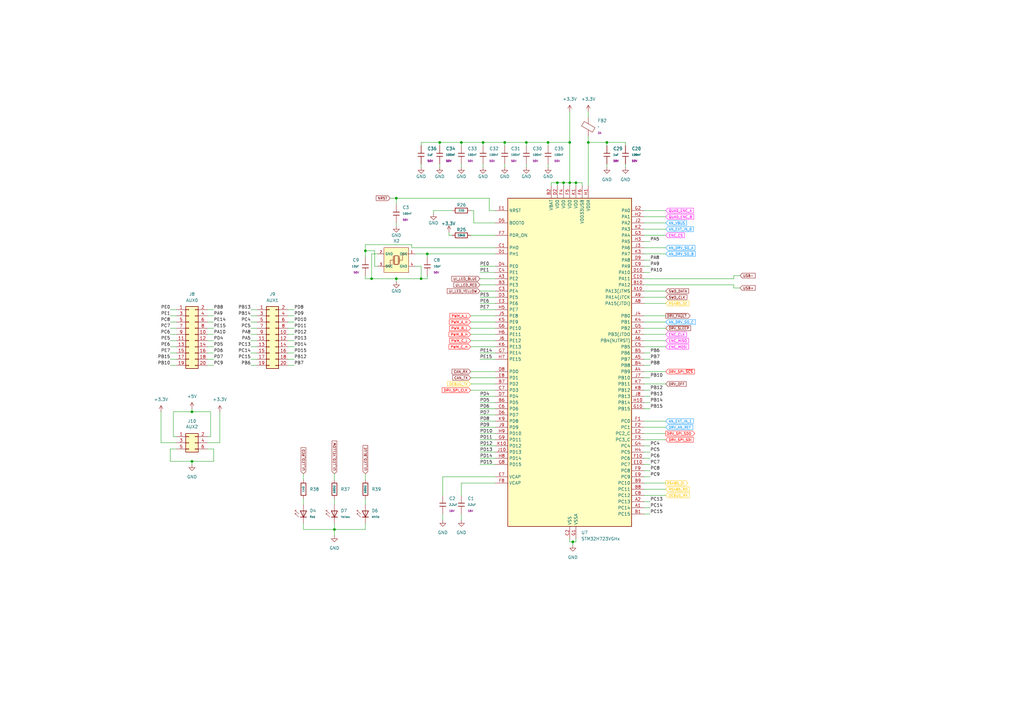
<source format=kicad_sch>
(kicad_sch (version 20250114) (generator "eeschema") (generator_version "9.0")
  (paper "A3")
  (junction (at 224.79 58.42))
  (junction (at 198.12 58.42))
  (junction (at 248.92 58.42))
  (junction (at 149.86 102.87))
  (junction (at 152.4 114.3))
  (junction (at 233.68 74.93))
  (junction (at 162.56 114.3))
  (junction (at 180.34 58.42))
  (junction (at 189.23 58.42))
  (junction (at 231.14 74.93))
  (junction (at 207.01 58.42))
  (junction (at 172.72 114.3))
  (junction (at 234.95 222.25))
  (junction (at 215.9 58.42))
  (junction (at 233.68 58.42))
  (junction (at 78.74 168.91))
  (junction (at 175.26 104.14))
  (junction (at 162.56 81.28))
  (junction (at 78.74 189.23))
  (junction (at 241.3 58.42))
  (junction (at 236.22 74.93))
  (junction (at 228.6 74.93))
  (junction (at 137.16 217.17))
  (wire (pts (xy 175.26 104.14) (xy 203.2 104.14)))
  (wire (pts (xy 137.16 217.17) (xy 137.16 219.71)))
  (wire (pts (xy 207.01 67.31) (xy 207.01 68.58)))
  (wire (pts (xy 264.16 182.88) (xy 266.7 182.88)))
  (wire (pts (xy 264.16 129.54) (xy 273.05 129.54)))
  (wire (pts (xy 85.09 142.24) (xy 87.63 142.24)))
  (wire (pts (xy 264.16 160.02) (xy 266.7 160.02)))
  (wire (pts (xy 162.56 91.44) (xy 162.56 92.71)))
  (wire (pts (xy 264.16 149.86) (xy 266.7 149.86)))
  (wire (pts (xy 196.85 170.18) (xy 203.2 170.18)))
  (wire (pts (xy 87.63 184.15) (xy 85.09 184.15)))
  (wire (pts (xy 264.16 190.5) (xy 266.7 190.5)))
  (wire (pts (xy 85.09 127) (xy 87.63 127)))
  (wire (pts (xy 193.04 152.4) (xy 203.2 152.4)))
  (wire (pts (xy 102.87 127) (xy 105.41 127)))
  (wire (pts (xy 248.92 67.31) (xy 248.92 68.58)))
  (wire (pts (xy 233.68 222.25) (xy 234.95 222.25)))
  (wire (pts (xy 241.3 76.2) (xy 241.3 58.42)))
  (wire (pts (xy 193.04 134.62) (xy 203.2 134.62)))
  (wire (pts (xy 172.72 58.42) (xy 180.34 58.42)))
  (wire (pts (xy 85.09 132.08) (xy 87.63 132.08)))
  (wire (pts (xy 196.85 180.34) (xy 203.2 180.34)))
  (wire (pts (xy 264.16 88.9) (xy 273.05 88.9)))
  (wire (pts (xy 196.85 182.88) (xy 203.2 182.88)))
  (wire (pts (xy 180.34 67.31) (xy 180.34 68.58)))
  (wire (pts (xy 264.16 200.66) (xy 273.05 200.66)))
  (wire (pts (xy 264.16 139.7) (xy 273.05 139.7)))
  (wire (pts (xy 172.72 109.22) (xy 172.72 114.3)))
  (wire (pts (xy 207.01 58.42) (xy 215.9 58.42)))
  (wire (pts (xy 273.05 119.38) (xy 264.16 119.38)))
  (wire (pts (xy 189.23 203.2) (xy 189.23 198.12)))
  (wire (pts (xy 153.67 102.87) (xy 149.86 102.87)))
  (wire (pts (xy 196.85 147.32) (xy 203.2 147.32)))
  (wire (pts (xy 193.04 86.36) (xy 194.31 86.36)))
  (wire (pts (xy 264.16 185.42) (xy 266.7 185.42)))
  (wire (pts (xy 118.11 127) (xy 120.65 127)))
  (wire (pts (xy 181.61 195.58) (xy 181.61 203.2)))
  (wire (pts (xy 189.23 198.12) (xy 203.2 198.12)))
  (wire (pts (xy 66.04 181.61) (xy 72.39 181.61)))
  (wire (pts (xy 124.46 204.47) (xy 124.46 207.01)))
  (wire (pts (xy 264.16 111.76) (xy 266.7 111.76)))
  (wire (pts (xy 215.9 58.42) (xy 224.79 58.42)))
  (wire (pts (xy 102.87 139.7) (xy 105.41 139.7)))
  (wire (pts (xy 264.16 152.4) (xy 273.05 152.4)))
  (wire (pts (xy 149.86 100.33) (xy 149.86 102.87)))
  (wire (pts (xy 194.31 91.44) (xy 203.2 91.44)))
  (wire (pts (xy 233.68 74.93) (xy 233.68 76.2)))
  (wire (pts (xy 69.85 129.54) (xy 72.39 129.54)))
  (wire (pts (xy 193.04 129.54) (xy 203.2 129.54)))
  (wire (pts (xy 224.79 58.42) (xy 224.79 59.69)))
  (wire (pts (xy 264.16 180.34) (xy 273.05 180.34)))
  (wire (pts (xy 72.39 184.15) (xy 69.85 184.15)))
  (wire (pts (xy 264.16 106.68) (xy 266.7 106.68)))
  (wire (pts (xy 231.14 74.93) (xy 231.14 76.2)))
  (wire (pts (xy 264.16 124.46) (xy 273.05 124.46)))
  (wire (pts (xy 264.16 144.78) (xy 266.7 144.78)))
  (wire (pts (xy 189.23 58.42) (xy 189.23 59.69)))
  (wire (pts (xy 264.16 96.52) (xy 273.05 96.52)))
  (wire (pts (xy 264.16 210.82) (xy 266.7 210.82)))
  (wire (pts (xy 118.11 142.24) (xy 120.65 142.24)))
  (wire (pts (xy 175.26 113.03) (xy 175.26 114.3)))
  (wire (pts (xy 264.16 86.36) (xy 273.05 86.36)))
  (wire (pts (xy 184.15 96.52) (xy 185.42 96.52)))
  (wire (pts (xy 200.66 86.36) (xy 203.2 86.36)))
  (wire (pts (xy 256.54 67.31) (xy 256.54 68.58)))
  (wire (pts (xy 196.85 177.8) (xy 203.2 177.8)))
  (wire (pts (xy 264.16 208.28) (xy 266.7 208.28)))
  (wire (pts (xy 196.85 124.46) (xy 203.2 124.46)))
  (wire (pts (xy 153.67 109.22) (xy 153.67 102.87)))
  (wire (pts (xy 149.86 114.3) (xy 152.4 114.3)))
  (wire (pts (xy 264.16 165.1) (xy 266.7 165.1)))
  (wire (pts (xy 69.85 142.24) (xy 72.39 142.24)))
  (wire (pts (xy 264.16 203.2) (xy 273.05 203.2)))
  (wire (pts (xy 233.68 58.42) (xy 233.68 74.93)))
  (wire (pts (xy 226.06 76.2) (xy 226.06 74.93)))
  (wire (pts (xy 137.16 194.31) (xy 137.16 196.85)))
  (wire (pts (xy 175.26 105.41) (xy 175.26 104.14)))
  (wire (pts (xy 215.9 58.42) (xy 215.9 59.69)))
  (wire (pts (xy 78.74 167.64) (xy 78.74 168.91)))
  (wire (pts (xy 69.85 134.62) (xy 72.39 134.62)))
  (wire (pts (xy 184.15 95.25) (xy 184.15 96.52)))
  (wire (pts (xy 172.72 109.22) (xy 170.18 109.22)))
  (wire (pts (xy 102.87 137.16) (xy 105.41 137.16)))
  (wire (pts (xy 196.85 185.42) (xy 203.2 185.42)))
  (wire (pts (xy 198.12 58.42) (xy 207.01 58.42)))
  (wire (pts (xy 124.46 214.63) (xy 124.46 217.17)))
  (wire (pts (xy 149.86 194.31) (xy 149.86 196.85)))
  (wire (pts (xy 118.11 139.7) (xy 120.65 139.7)))
  (wire (pts (xy 264.16 132.08) (xy 273.05 132.08)))
  (wire (pts (xy 196.85 162.56) (xy 203.2 162.56)))
  (wire (pts (xy 264.16 137.16) (xy 273.05 137.16)))
  (wire (pts (xy 233.68 74.93) (xy 236.22 74.93)))
  (wire (pts (xy 185.42 86.36) (xy 177.8 86.36)))
  (wire (pts (xy 215.9 67.31) (xy 215.9 68.58)))
  (wire (pts (xy 193.04 157.48) (xy 203.2 157.48)))
  (wire (pts (xy 137.16 217.17) (xy 137.16 214.63)))
  (wire (pts (xy 196.85 172.72) (xy 203.2 172.72)))
  (wire (pts (xy 193.04 142.24) (xy 203.2 142.24)))
  (wire (pts (xy 78.74 168.91) (xy 86.36 168.91)))
  (wire (pts (xy 78.74 189.23) (xy 87.63 189.23)))
  (wire (pts (xy 196.85 114.3) (xy 203.2 114.3)))
  (wire (pts (xy 264.16 109.22) (xy 266.7 109.22)))
  (wire (pts (xy 196.85 144.78) (xy 203.2 144.78)))
  (wire (pts (xy 154.94 104.14) (xy 152.4 104.14)))
  (wire (pts (xy 196.85 119.38) (xy 203.2 119.38)))
  (wire (pts (xy 193.04 96.52) (xy 203.2 96.52)))
  (wire (pts (xy 154.94 109.22) (xy 153.67 109.22)))
  (wire (pts (xy 264.16 177.8) (xy 273.05 177.8)))
  (wire (pts (xy 193.04 154.94) (xy 203.2 154.94)))
  (wire (pts (xy 233.68 220.98) (xy 233.68 222.25)))
  (wire (pts (xy 264.16 205.74) (xy 266.7 205.74)))
  (wire (pts (xy 175.26 104.14) (xy 170.18 104.14)))
  (wire (pts (xy 196.85 190.5) (xy 203.2 190.5)))
  (wire (pts (xy 118.11 134.62) (xy 120.65 134.62)))
  (wire (pts (xy 264.16 193.04) (xy 266.7 193.04)))
  (wire (pts (xy 228.6 74.93) (xy 228.6 76.2)))
  (wire (pts (xy 71.12 179.07) (xy 71.12 168.91)))
  (wire (pts (xy 256.54 58.42) (xy 256.54 59.69)))
  (wire (pts (xy 300.99 118.11) (xy 303.53 118.11)))
  (wire (pts (xy 69.85 144.78) (xy 72.39 144.78)))
  (wire (pts (xy 102.87 132.08) (xy 105.41 132.08)))
  (wire (pts (xy 118.11 129.54) (xy 120.65 129.54)))
  (wire (pts (xy 248.92 58.42) (xy 248.92 59.69)))
  (wire (pts (xy 162.56 114.3) (xy 172.72 114.3)))
  (wire (pts (xy 85.09 139.7) (xy 87.63 139.7)))
  (wire (pts (xy 102.87 144.78) (xy 105.41 144.78)))
  (wire (pts (xy 85.09 134.62) (xy 87.63 134.62)))
  (wire (pts (xy 102.87 147.32) (xy 105.41 147.32)))
  (wire (pts (xy 264.16 162.56) (xy 266.7 162.56)))
  (wire (pts (xy 231.14 74.93) (xy 233.68 74.93)))
  (wire (pts (xy 124.46 217.17) (xy 137.16 217.17)))
  (wire (pts (xy 196.85 127) (xy 203.2 127)))
  (wire (pts (xy 196.85 121.92) (xy 203.2 121.92)))
  (wire (pts (xy 69.85 137.16) (xy 72.39 137.16)))
  (wire (pts (xy 193.04 137.16) (xy 203.2 137.16)))
  (wire (pts (xy 66.04 168.91) (xy 66.04 181.61)))
  (wire (pts (xy 241.3 58.42) (xy 248.92 58.42)))
  (wire (pts (xy 85.09 137.16) (xy 87.63 137.16)))
  (wire (pts (xy 238.76 74.93) (xy 238.76 76.2)))
  (wire (pts (xy 102.87 129.54) (xy 105.41 129.54)))
  (wire (pts (xy 300.99 113.03) (xy 303.53 113.03)))
  (wire (pts (xy 69.85 139.7) (xy 72.39 139.7)))
  (wire (pts (xy 196.85 165.1) (xy 203.2 165.1)))
  (wire (pts (xy 85.09 129.54) (xy 87.63 129.54)))
  (wire (pts (xy 85.09 144.78) (xy 87.63 144.78)))
  (wire (pts (xy 72.39 179.07) (xy 71.12 179.07)))
  (wire (pts (xy 193.04 132.08) (xy 203.2 132.08)))
  (wire (pts (xy 149.86 102.87) (xy 149.86 105.41)))
  (wire (pts (xy 189.23 210.82) (xy 189.23 213.36)))
  (wire (pts (xy 234.95 222.25) (xy 234.95 223.52)))
  (wire (pts (xy 172.72 67.31) (xy 172.72 68.58)))
  (wire (pts (xy 198.12 67.31) (xy 198.12 68.58)))
  (wire (pts (xy 264.16 99.06) (xy 266.7 99.06)))
  (wire (pts (xy 241.3 55.88) (xy 241.3 58.42)))
  (wire (pts (xy 224.79 58.42) (xy 233.68 58.42)))
  (wire (pts (xy 85.09 147.32) (xy 87.63 147.32)))
  (wire (pts (xy 85.09 149.86) (xy 87.63 149.86)))
  (wire (pts (xy 233.68 45.72) (xy 233.68 58.42)))
  (wire (pts (xy 198.12 58.42) (xy 198.12 59.69)))
  (wire (pts (xy 102.87 149.86) (xy 105.41 149.86)))
  (wire (pts (xy 69.85 132.08) (xy 72.39 132.08)))
  (wire (pts (xy 189.23 67.31) (xy 189.23 68.58)))
  (wire (pts (xy 264.16 147.32) (xy 266.7 147.32)))
  (wire (pts (xy 264.16 195.58) (xy 266.7 195.58)))
  (wire (pts (xy 196.85 116.84) (xy 203.2 116.84)))
  (wire (pts (xy 152.4 114.3) (xy 162.56 114.3)))
  (wire (pts (xy 300.99 114.3) (xy 264.16 114.3)))
  (wire (pts (xy 124.46 194.31) (xy 124.46 196.85)))
  (wire (pts (xy 196.85 167.64) (xy 203.2 167.64)))
  (wire (pts (xy 118.11 144.78) (xy 120.65 144.78)))
  (wire (pts (xy 177.8 86.36) (xy 177.8 87.63)))
  (wire (pts (xy 180.34 58.42) (xy 189.23 58.42)))
  (wire (pts (xy 168.91 100.33) (xy 149.86 100.33)))
  (wire (pts (xy 200.66 81.28) (xy 200.66 86.36)))
  (wire (pts (xy 118.11 132.08) (xy 120.65 132.08)))
  (wire (pts (xy 273.05 121.92) (xy 264.16 121.92)))
  (wire (pts (xy 264.16 175.26) (xy 273.05 175.26)))
  (wire (pts (xy 152.4 104.14) (xy 152.4 114.3)))
  (wire (pts (xy 226.06 74.93) (xy 228.6 74.93)))
  (wire (pts (xy 236.22 74.93) (xy 236.22 76.2)))
  (wire (pts (xy 300.99 116.84) (xy 264.16 116.84)))
  (wire (pts (xy 264.16 134.62) (xy 273.05 134.62)))
  (wire (pts (xy 203.2 195.58) (xy 181.61 195.58)))
  (wire (pts (xy 172.72 59.69) (xy 172.72 58.42)))
  (wire (pts (xy 196.85 111.76) (xy 203.2 111.76)))
  (wire (pts (xy 264.16 101.6) (xy 273.05 101.6)))
  (wire (pts (xy 264.16 91.44) (xy 273.05 91.44)))
  (wire (pts (xy 69.85 149.86) (xy 72.39 149.86)))
  (wire (pts (xy 168.91 101.6) (xy 203.2 101.6)))
  (wire (pts (xy 264.16 154.94) (xy 266.7 154.94)))
  (wire (pts (xy 162.56 81.28) (xy 200.66 81.28)))
  (wire (pts (xy 87.63 189.23) (xy 87.63 184.15)))
  (wire (pts (xy 196.85 175.26) (xy 203.2 175.26)))
  (wire (pts (xy 162.56 81.28) (xy 162.56 83.82)))
  (wire (pts (xy 264.16 187.96) (xy 266.7 187.96)))
  (wire (pts (xy 189.23 58.42) (xy 198.12 58.42)))
  (wire (pts (xy 149.86 113.03) (xy 149.86 114.3)))
  (wire (pts (xy 172.72 114.3) (xy 175.26 114.3)))
  (wire (pts (xy 149.86 204.47) (xy 149.86 207.01)))
  (wire (pts (xy 241.3 45.72) (xy 241.3 48.26)))
  (wire (pts (xy 207.01 58.42) (xy 207.01 59.69)))
  (wire (pts (xy 264.16 142.24) (xy 273.05 142.24)))
  (wire (pts (xy 102.87 142.24) (xy 105.41 142.24)))
  (wire (pts (xy 264.16 93.98) (xy 273.05 93.98)))
  (wire (pts (xy 196.85 109.22) (xy 203.2 109.22)))
  (wire (pts (xy 69.85 127) (xy 72.39 127)))
  (wire (pts (xy 86.36 168.91) (xy 86.36 179.07)))
  (wire (pts (xy 86.36 179.07) (xy 85.09 179.07)))
  (wire (pts (xy 236.22 222.25) (xy 236.22 220.98)))
  (wire (pts (xy 137.16 217.17) (xy 149.86 217.17)))
  (wire (pts (xy 118.11 149.86) (xy 120.65 149.86)))
  (wire (pts (xy 149.86 217.17) (xy 149.86 214.63)))
  (wire (pts (xy 264.16 172.72) (xy 273.05 172.72)))
  (wire (pts (xy 181.61 210.82) (xy 181.61 213.36)))
  (wire (pts (xy 168.91 101.6) (xy 168.91 100.33)))
  (wire (pts (xy 264.16 157.48) (xy 273.05 157.48)))
  (wire (pts (xy 69.85 147.32) (xy 72.39 147.32)))
  (wire (pts (xy 137.16 204.47) (xy 137.16 207.01)))
  (wire (pts (xy 118.11 147.32) (xy 120.65 147.32)))
  (wire (pts (xy 248.92 58.42) (xy 256.54 58.42)))
  (wire (pts (xy 78.74 189.23) (xy 78.74 190.5)))
  (wire (pts (xy 196.85 187.96) (xy 203.2 187.96)))
  (wire (pts (xy 300.99 113.03) (xy 300.99 114.3)))
  (wire (pts (xy 69.85 189.23) (xy 78.74 189.23)))
  (wire (pts (xy 236.22 74.93) (xy 238.76 74.93)))
  (wire (pts (xy 160.02 81.28) (xy 162.56 81.28)))
  (wire (pts (xy 162.56 114.3) (xy 162.56 115.57)))
  (wire (pts (xy 90.17 181.61) (xy 85.09 181.61)))
  (wire (pts (xy 234.95 222.25) (xy 236.22 222.25)))
  (wire (pts (xy 264.16 104.14) (xy 273.05 104.14)))
  (wire (pts (xy 300.99 118.11) (xy 300.99 116.84)))
  (wire (pts (xy 228.6 74.93) (xy 231.14 74.93)))
  (wire (pts (xy 90.17 168.91) (xy 90.17 181.61)))
  (wire (pts (xy 264.16 198.12) (xy 273.05 198.12)))
  (wire (pts (xy 193.04 139.7) (xy 203.2 139.7)))
  (wire (pts (xy 180.34 58.42) (xy 180.34 59.69)))
  (wire (pts (xy 118.11 137.16) (xy 120.65 137.16)))
  (wire (pts (xy 69.85 184.15) (xy 69.85 189.23)))
  (wire (pts (xy 194.31 86.36) (xy 194.31 91.44)))
  (wire (pts (xy 102.87 134.62) (xy 105.41 134.62)))
  (wire (pts (xy 264.16 167.64) (xy 266.7 167.64)))
  (wire (pts (xy 193.04 160.02) (xy 203.2 160.02)))
  (wire (pts (xy 71.12 168.91) (xy 78.74 168.91)))
  (wire (pts (xy 224.79 67.31) (xy 224.79 68.58)))
  (label "PA9" (at 266.7 109.22 0))
  (label "PC5" (at 266.7 185.42 0))
  (label "PE15" (at 196.85 147.32 0))
  (label "PA10" (at 87.63 137.16 0))
  (label "PD11" (at 196.85 180.34 0))
  (label "PD12" (at 196.85 182.88 0))
  (label "PD14" (at 196.85 187.96 0))
  (label "PD15" (at 196.85 190.5 0))
  (label "PD13" (at 196.85 185.42 0))
  (label "PE14" (at 196.85 144.78 0))
  (label "PE7" (at 196.85 127 0))
  (label "PE6" (at 196.85 124.46 0))
  (label "PE5" (at 196.85 121.92 0))
  (label "PD4" (at 196.85 162.56 0))
  (label "PD10" (at 196.85 177.8 0))
  (label "PD5" (at 196.85 165.1 0))
  (label "PD6" (at 196.85 167.64 0))
  (label "PD7" (at 196.85 170.18 0))
  (label "PD8" (at 196.85 172.72 0))
  (label "PD9" (at 196.85 175.26 0))
  (label "PB12" (at 266.7 160.02 0))
  (label "PB8" (at 87.63 127 0))
  (label "PB7" (at 266.7 147.32 0))
  (label "PA8" (at 266.7 106.68 0))
  (label "PA10" (at 266.7 111.76 0))
  (label "PD4" (at 87.63 139.7 0))
  (label "PD14" (at 120.65 142.24 0))
  (label "PB15" (at 266.7 167.64 0))
  (label "PC7" (at 266.7 190.5 0))
  (label "PB15" (at 69.85 147.32 180))
  (label "PE0" (at 69.85 127 180))
  (label "PD9" (at 120.65 129.54 0))
  (label "PE1" (at 69.85 129.54 180))
  (label "PB14" (at 266.7 165.1 0))
  (label "PC9" (at 266.7 195.58 0))
  (label "PC8" (at 266.7 193.04 0))
  (label "PE15" (at 87.63 134.62 0))
  (label "PD11" (at 120.65 134.62 0))
  (label "PB13" (at 266.7 162.56 0))
  (label "PC5" (at 102.87 134.62 180))
  (label "PD13" (at 120.65 139.7 0))
  (label "PE14" (at 87.63 132.08 0))
  (label "PD12" (at 120.65 137.16 0))
  (label "PC13" (at 102.87 142.24 180))
  (label "PC15" (at 266.7 210.82 0))
  (label "PB12" (at 120.65 147.32 0))
  (label "PC8" (at 69.85 132.08 180))
  (label "PC14" (at 102.87 144.78 180))
  (label "PE5" (at 69.85 139.7 180))
  (label "PC4" (at 102.87 132.08 180))
  (label "PC4" (at 266.7 182.88 0))
  (label "PB8" (at 266.7 149.86 0))
  (label "PC9" (at 87.63 149.86 0))
  (label "PE7" (at 69.85 144.78 180))
  (label "PD8" (at 120.65 127 0))
  (label "PC15" (at 102.87 147.32 180))
  (label "PD10" (at 120.65 132.08 0))
  (label "PC13" (at 266.7 205.74 0))
  (label "PC14" (at 266.7 208.28 0))
  (label "PC6" (at 266.7 187.96 0))
  (label "PE0" (at 196.85 109.22 0))
  (label "PD5" (at 87.63 142.24 0))
  (label "PC7" (at 69.85 134.62 180))
  (label "PB13" (at 102.87 127 180))
  (label "PC6" (at 69.85 137.16 180))
  (label "PE1" (at 196.85 111.76 0))
  (label "PB6" (at 102.87 149.86 180))
  (label "PA9" (at 87.63 129.54 0))
  (label "PA5" (at 102.87 139.7 180))
  (label "PB6" (at 266.7 144.78 0))
  (label "PA8" (at 102.87 137.16 180))
  (label "PD15" (at 120.65 144.78 0))
  (label "PB10" (at 266.7 154.94 0))
  (label "PB10" (at 69.85 149.86 180))
  (label "PE6" (at 69.85 142.24 180))
  (label "PD7" (at 87.63 147.32 0))
  (label "PD6" (at 87.63 144.78 0))
  (label "PB14" (at 102.87 129.54 180))
  (label "PA5" (at 266.7 99.06 0))
  (label "PB7" (at 120.65 149.86 0))
  (global_label "QUAD_ENC_B" (shape input) (at 273.05 88.9 0) (effects (font (size 1.016 1.016))) (property "Intersheetrefs" "${INTERSHEET_REFS}" (effects (hide yes))))
  (global_label "UI_LED_BLUE" (shape input) (at 149.86 194.31 90) (effects (font (size 1.016 1.016))) (property "Intersheetrefs" "${INTERSHEET_REFS}" (effects (hide yes))))
  (global_label "AN_DRV_SO_A" (shape input) (at 273.05 101.6 0) (effects (font (size 1.016 1.016))) (property "Intersheetrefs" "${INTERSHEET_REFS}" (effects (hide yes))))
  (global_label "DRV_OFF" (shape input) (at 273.05 157.48 0) (effects (font (size 1.016 1.016))) (property "Intersheetrefs" "${INTERSHEET_REFS}" (effects (hide yes))))
  (global_label "SWD_DATA" (shape input) (at 273.05 119.38 0) (effects (font (size 1.016 1.016))) (property "Intersheetrefs" "${INTERSHEET_REFS}" (effects (hide yes))))
  (global_label "~{DRV_FAULT}" (shape output) (at 273.05 129.54 0) (effects (font (size 1.016 1.016))) (property "Intersheetrefs" "${INTERSHEET_REFS}" (effects (hide yes))))
  (global_label "SWD_CLK" (shape input) (at 273.05 121.92 0) (effects (font (size 1.016 1.016))) (property "Intersheetrefs" "${INTERSHEET_REFS}" (effects (hide yes))))
  (global_label "PWM_C_H" (shape input) (at 193.04 142.24 180) (effects (font (size 1.016 1.016))) (property "Intersheetrefs" "${INTERSHEET_REFS}" (effects (hide yes))))
  (global_label "PWM_B_L" (shape input) (at 193.04 134.62 180) (effects (font (size 1.016 1.016))) (property "Intersheetrefs" "${INTERSHEET_REFS}" (effects (hide yes))))
  (global_label "ENC_CLK" (shape input) (at 273.05 137.16 0) (effects (font (size 1.016 1.016))) (property "Intersheetrefs" "${INTERSHEET_REFS}" (effects (hide yes))))
  (global_label "AN_VBUS" (shape input) (at 273.05 91.44 0) (effects (font (size 1.016 1.016))) (property "Intersheetrefs" "${INTERSHEET_REFS}" (effects (hide yes))))
  (global_label "DRV_SPI_CLK" (shape input) (at 193.04 160.02 180) (effects (font (size 1.016 1.016))) (property "Intersheetrefs" "${INTERSHEET_REFS}" (effects (hide yes))))
  (global_label "PWM_A_L" (shape input) (at 193.04 129.54 180) (effects (font (size 1.016 1.016))) (property "Intersheetrefs" "${INTERSHEET_REFS}" (effects (hide yes))))
  (global_label "ENC_MISO" (shape input) (at 273.05 139.7 0) (effects (font (size 1.016 1.016))) (property "Intersheetrefs" "${INTERSHEET_REFS}" (effects (hide yes))))
  (global_label "USB-" (shape input) (at 303.53 113.03 0) (effects (font (size 1.016 1.016))) (property "Intersheetrefs" "${INTERSHEET_REFS}" (effects (hide yes))))
  (global_label "DRV_SPI_~{SCS}" (shape input) (at 273.05 152.4 0) (effects (font (size 1.016 1.016))) (property "Intersheetrefs" "${INTERSHEET_REFS}" (effects (hide yes))))
  (global_label "~{DRV_SLEEP}" (shape input) (at 273.05 134.62 0) (effects (font (size 1.016 1.016))) (property "Intersheetrefs" "${INTERSHEET_REFS}" (effects (hide yes))))
  (global_label "UI_LED_RED" (shape input) (at 196.85 116.84 180) (effects (font (size 1.016 1.016))) (property "Intersheetrefs" "${INTERSHEET_REFS}" (effects (hide yes))))
  (global_label "UI_LED_BLUE" (shape input) (at 196.85 114.3 180) (effects (font (size 1.016 1.016))) (property "Intersheetrefs" "${INTERSHEET_REFS}" (effects (hide yes))))
  (global_label "DRV_AN_REF" (shape input) (at 273.05 175.26 0) (effects (font (size 1.016 1.016))) (property "Intersheetrefs" "${INTERSHEET_REFS}" (effects (hide yes))))
  (global_label "UI_LED_RED" (shape input) (at 124.46 194.31 90) (effects (font (size 1.016 1.016))) (property "Intersheetrefs" "${INTERSHEET_REFS}" (effects (hide yes))))
  (global_label "DRV_SPI_SDO" (shape output) (at 273.05 177.8 0) (effects (font (size 1.016 1.016))) (property "Intersheetrefs" "${INTERSHEET_REFS}" (effects (hide yes))))
  (global_label "QUAD_ENC_A" (shape input) (at 273.05 86.36 0) (effects (font (size 1.016 1.016))) (property "Intersheetrefs" "${INTERSHEET_REFS}" (effects (hide yes))))
  (global_label "PWM_A_H" (shape input) (at 193.04 132.08 180) (effects (font (size 1.016 1.016))) (property "Intersheetrefs" "${INTERSHEET_REFS}" (effects (hide yes))))
  (global_label "AN_DRV_SO_C" (shape input) (at 273.05 132.08 0) (effects (font (size 1.016 1.016))) (property "Intersheetrefs" "${INTERSHEET_REFS}" (effects (hide yes))))
  (global_label "NRST" (shape input) (at 160.02 81.28 180) (effects (font (size 1.016 1.016))) (property "Intersheetrefs" "${INTERSHEET_REFS}" (effects (hide yes))))
  (global_label "ENC_CS" (shape input) (at 273.05 96.52 0) (effects (font (size 1.016 1.016))) (property "Intersheetrefs" "${INTERSHEET_REFS}" (effects (hide yes))))
  (global_label "UI_LED_YELLOW" (shape input) (at 196.85 119.38 180) (effects (font (size 1.016 1.016))) (property "Intersheetrefs" "${INTERSHEET_REFS}" (effects (hide yes))))
  (global_label "RS485_DI" (shape output) (at 273.05 198.12 0) (effects (font (size 1.016 1.016))) (property "Intersheetrefs" "${INTERSHEET_REFS}" (effects (hide yes))))
  (global_label "CAN_RX" (shape input) (at 193.04 152.4 180) (effects (font (size 1.016 1.016))) (property "Intersheetrefs" "${INTERSHEET_REFS}" (effects (hide yes))))
  (global_label "RS485_RO" (shape input) (at 273.05 200.66 0) (effects (font (size 1.016 1.016))) (property "Intersheetrefs" "${INTERSHEET_REFS}" (effects (hide yes))))
  (global_label "PWM_B_H" (shape input) (at 193.04 137.16 180) (effects (font (size 1.016 1.016))) (property "Intersheetrefs" "${INTERSHEET_REFS}" (effects (hide yes))))
  (global_label "ENC_MOSI" (shape input) (at 273.05 142.24 0) (effects (font (size 1.016 1.016))) (property "Intersheetrefs" "${INTERSHEET_REFS}" (effects (hide yes))))
  (global_label "DEBUG_TX" (shape input) (at 193.04 157.48 180) (effects (font (size 1.016 1.016))) (property "Intersheetrefs" "${INTERSHEET_REFS}" (effects (hide yes))))
  (global_label "DEBUG_RX" (shape input) (at 273.05 203.2 0) (effects (font (size 1.016 1.016))) (property "Intersheetrefs" "${INTERSHEET_REFS}" (effects (hide yes))))
  (global_label "USB+" (shape input) (at 303.53 118.11 0) (effects (font (size 1.016 1.016))) (property "Intersheetrefs" "${INTERSHEET_REFS}" (effects (hide yes))))
  (global_label "AN_EXT_IN_1" (shape input) (at 273.05 172.72 0) (effects (font (size 1.016 1.016))) (property "Intersheetrefs" "${INTERSHEET_REFS}" (effects (hide yes))))
  (global_label "PWM_C_L" (shape input) (at 193.04 139.7 180) (effects (font (size 1.016 1.016))) (property "Intersheetrefs" "${INTERSHEET_REFS}" (effects (hide yes))))
  (global_label "CAN_TX" (shape input) (at 193.04 154.94 180) (effects (font (size 1.016 1.016))) (property "Intersheetrefs" "${INTERSHEET_REFS}" (effects (hide yes))))
  (global_label "AN_DRV_SO_B" (shape input) (at 273.05 104.14 0) (effects (font (size 1.016 1.016))) (property "Intersheetrefs" "${INTERSHEET_REFS}" (effects (hide yes))))
  (global_label "AN_EXT_IN_0" (shape input) (at 273.05 93.98 0) (effects (font (size 1.016 1.016))) (property "Intersheetrefs" "${INTERSHEET_REFS}" (effects (hide yes))))
  (global_label "UI_LED_YELLOW" (shape input) (at 137.16 194.31 90) (effects (font (size 1.016 1.016))) (property "Intersheetrefs" "${INTERSHEET_REFS}" (effects (hide yes))))
  (global_label "DRV_SPI_SDI" (shape input) (at 273.05 180.34 0) (effects (font (size 1.016 1.016))) (property "Intersheetrefs" "${INTERSHEET_REFS}" (effects (hide yes))))
  (global_label "RS485_DE" (shape input) (at 273.05 124.46 0) (effects (font (size 1.016 1.016))) (property "Intersheetrefs" "${INTERSHEET_REFS}" (effects (hide yes))))
  (symbol (lib_id "power:GND") (at 162.56 115.57 0) (unit 1)
    (property "Reference" "#PWR015" (effects (hide yes)))
    (property "Value" "GND" (at 162.56 119.38 0))
  )
  (symbol (lib_id "power:GND") (at 207.01 68.58 0) (unit 1)
    (property "Reference" "#PWR06" (effects (hide yes)))
    (property "Value" "GND" (at 207.01 72.39 0))
  )
  (symbol (lib_id "PCM_JLCPCB-Resistors:0603,1kΩ") (at 124.46 200.66 0) (unit 1)
    (property "Reference" "R38" (at 127 200.6599 0) (effects (justify left)))
    (property "Value" "1kΩ" (at 124.46 200.66 90) (effects (font (size 0.8 0.8))))
    (property "Footprint" "PCM_JLCPCB:R_0603" (effects (hide yes)))
    (property "Datasheet" "https://www.lcsc.com/datasheet/lcsc_datasheet_2206010130_UNI-ROYAL-Uniroyal-Elec-0603WAF1001T5E_C21190.pdf" (effects (hide yes)))
    (property "Description" "100mW Thick Film Resistors 75V ±100ppm/°C ±1% 1kΩ 0603 Chip Resistor - Surface Mount ROHS" (effects (hide yes)))
    (property "LCSC" "C21190" (effects (hide yes)))
    (property "Stock" "27538425" (effects (hide yes)))
    (property "Price" "0.004USD" (effects (hide yes)))
    (property "Process" "SMT" (effects (hide yes)))
    (property "Minimum Qty" "20" (effects (hide yes)))
    (property "Attrition Qty" "10" (effects (hide yes)))
    (property "Class" "Basic Component" (effects (hide yes)))
    (property "Category" "Resistors,Chip Resistor - Surface Mount" (effects (hide yes)))
    (property "Manufacturer" "UNI-ROYAL(Uniroyal Elec)" (effects (hide yes)))
    (property "Part" "0603WAF1001T5E" (effects (hide yes)))
    (property "Resistance" "1kΩ" (effects (hide yes)))
    (property "Power(Watts)" "100mW" (effects (hide yes)))
    (property "Type" "Thick Film Resistors" (effects (hide yes)))
    (property "Overload Voltage (Max)" "75V" (effects (hide yes)))
    (property "Operating Temperature Range" "-55°C~+155°C" (effects (hide yes)))
    (property "Tolerance" "±1%" (effects (hide yes)))
    (property "Temperature Coefficient" "±100ppm/°C" (effects (hide yes)))
  )
  (symbol (lib_id "PCM_JLCPCB-Capacitors:0603,100nF") (at 198.12 63.5 0) (unit 1)
    (property "Reference" "C32" (at 200.66 60.9599 0) (effects (justify left)))
    (property "Value" "100nF" (at 200.66 63.5 0) (effects (font (size 0.8 0.8)) (justify left)))
    (property "Footprint" "PCM_JLCPCB:C_0603" (effects (hide yes)))
    (property "Datasheet" "https://www.lcsc.com/datasheet/lcsc_datasheet_2211101700_YAGEO-CC0603KRX7R9BB104_C14663.pdf" (effects (hide yes)))
    (property "Description" "50V 100nF X7R ±10% 0603 Multilayer Ceramic Capacitors MLCC - SMD/SMT ROHS" (effects (hide yes)))
    (property "LCSC" "C14663" (effects (hide yes)))
    (property "Stock" "70324515" (effects (hide yes)))
    (property "Price" "0.006USD" (effects (hide yes)))
    (property "Process" "SMT" (effects (hide yes)))
    (property "Minimum Qty" "20" (effects (hide yes)))
    (property "Attrition Qty" "10" (effects (hide yes)))
    (property "Class" "Basic Component" (effects (hide yes)))
    (property "Category" "Capacitors,Multilayer Ceramic Capacitors MLCC - SMD/SMT" (effects (hide yes)))
    (property "Manufacturer" "YAGEO" (effects (hide yes)))
    (property "Part" "CC0603KRX7R9BB104" (effects (hide yes)))
    (property "Voltage Rated" "50V" (at 200.66 66.04 0) (effects (font (size 0.8 0.8)) (justify left)))
    (property "Tolerance" "±10%" (effects (hide yes)))
    (property "Capacitance" "100nF" (effects (hide yes)))
    (property "Temperature Coefficient" "X7R" (effects (hide yes)))
  )
  (symbol (lib_id "power:GND") (at 224.79 68.58 0) (unit 1)
    (property "Reference" "#PWR04" (effects (hide yes)))
    (property "Value" "GND" (at 224.79 72.39 0))
  )
  (symbol (lib_id "PCM_JLCPCB-Crystals:Crystal, 16MHz, 9pF") (at 162.56 106.68 180) (unit 1)
    (property "Reference" "X2" (at 161.29 98.806 0) (effects (justify right)))
    (property "Value" "X322516MLB4SI" (effects (hide yes)))
    (property "Footprint" "PCM_JLCPCB:OSC-SMD_4P-L3.2-W2.5-BL" (effects (hide yes)))
    (property "Datasheet" "https://www.lcsc.com/datasheet/lcsc_datasheet_2403291504_YXC-Crystal-Oscillators-X322516MLB4SI_C13738.pdf" (effects (hide yes)))
    (property "Description" "16MHz Surface Mount Crystal 9pF ±10ppm ±20ppm SMD3225-4P Crystals ROHS" (effects (hide yes)))
    (property "LCSC" "C13738" (effects (hide yes)))
    (property "Stock" "162087" (effects (hide yes)))
    (property "Price" "0.068USD" (effects (hide yes)))
    (property "Process" "SMT" (effects (hide yes)))
    (property "Minimum Qty" "5" (effects (hide yes)))
    (property "Attrition Qty" "4" (effects (hide yes)))
    (property "Class" "Basic Component" (effects (hide yes)))
    (property "Category" "Crystals/Oscillators/Resonators,Crystals" (effects (hide yes)))
    (property "Manufacturer" "Yangxing Tech" (effects (hide yes)))
    (property "Part" "X322516MLB4SI" (effects (hide yes)))
    (property "Frequency" "16MHz" (effects (hide yes)))
    (property "Frequency Stability" "±20ppm" (effects (hide yes)))
    (property "Operating Temperature" "-40°C~+85°C" (effects (hide yes)))
    (property "Frequency Tolerance" "±10ppm" (effects (hide yes)))
    (property "Crystal Type" "SMD Crystal Resonator" (effects (hide yes)))
    (property "Load Capacitance" "9pF" (effects (hide yes)))
    (property "Normal Temperature Frequency Tolerance" "±10ppm" (effects (hide yes)))
    (property "Type" "Surface Mount Crystal" (effects (hide yes)))
  )
  (symbol (lib_id "Connector_Generic:Conn_02x10_Odd_Even") (at 110.49 137.16 0) (unit 1)
    (property "Reference" "J9" (at 111.76 120.65 0))
    (property "Value" "AUX1" (at 111.76 123.19 0))
    (property "Footprint" "Connector_PinSocket_2.54mm:PinSocket_2x10_P2.54mm_Vertical" (effects (hide yes)))
    (property "Description" "Generic connector, double row, 02x10, odd/even pin numbering scheme (row 1 odd numbers, row 2 even numbers), script generated (kicad-library-utils/schlib/autogen/connector/)" (effects (hide yes)))
  )
  (symbol (lib_id "PCM_JLCPCB-Capacitors:0603,100nF") (at 224.79 63.5 0) (unit 1)
    (property "Reference" "C35" (at 227.33 60.9599 0) (effects (justify left)))
    (property "Value" "100nF" (at 227.33 63.5 0) (effects (font (size 0.8 0.8)) (justify left)))
    (property "Footprint" "PCM_JLCPCB:C_0603" (effects (hide yes)))
    (property "Datasheet" "https://www.lcsc.com/datasheet/lcsc_datasheet_2211101700_YAGEO-CC0603KRX7R9BB104_C14663.pdf" (effects (hide yes)))
    (property "Description" "50V 100nF X7R ±10% 0603 Multilayer Ceramic Capacitors MLCC - SMD/SMT ROHS" (effects (hide yes)))
    (property "LCSC" "C14663" (effects (hide yes)))
    (property "Stock" "70324515" (effects (hide yes)))
    (property "Price" "0.006USD" (effects (hide yes)))
    (property "Process" "SMT" (effects (hide yes)))
    (property "Minimum Qty" "20" (effects (hide yes)))
    (property "Attrition Qty" "10" (effects (hide yes)))
    (property "Class" "Basic Component" (effects (hide yes)))
    (property "Category" "Capacitors,Multilayer Ceramic Capacitors MLCC - SMD/SMT" (effects (hide yes)))
    (property "Manufacturer" "YAGEO" (effects (hide yes)))
    (property "Part" "CC0603KRX7R9BB104" (effects (hide yes)))
    (property "Voltage Rated" "50V" (at 227.33 66.04 0) (effects (font (size 0.8 0.8)) (justify left)))
    (property "Tolerance" "±10%" (effects (hide yes)))
    (property "Capacitance" "100nF" (effects (hide yes)))
    (property "Temperature Coefficient" "X7R" (effects (hide yes)))
  )
  (symbol (lib_id "power:GND") (at 78.74 190.5 0) (unit 1)
    (property "Reference" "#PWR026" (effects (hide yes)))
    (property "Value" "GND" (at 78.74 195.58 0))
  )
  (symbol (lib_id "power:GND") (at 181.61 213.36 0) (unit 1)
    (property "Reference" "#PWR012" (effects (hide yes)))
    (property "Value" "GND" (at 181.61 218.44 0))
  )
  (symbol (lib_id "power:+3.3V") (at 233.68 45.72 0) (unit 1)
    (property "Reference" "#PWR014" (effects (hide yes)))
    (property "Value" "+3.3V" (at 233.68 40.64 0))
  )
  (symbol (lib_id "PCM_JLCPCB-Capacitors:0603,100nF") (at 162.56 87.63 0) (unit 1)
    (property "Reference" "C3" (at 165.1 85.0899 0) (effects (justify left)))
    (property "Value" "100nF" (at 165.1 87.63 0) (effects (font (size 0.8 0.8)) (justify left)))
    (property "Footprint" "PCM_JLCPCB:C_0603" (effects (hide yes)))
    (property "Datasheet" "https://www.lcsc.com/datasheet/lcsc_datasheet_2211101700_YAGEO-CC0603KRX7R9BB104_C14663.pdf" (effects (hide yes)))
    (property "Description" "50V 100nF X7R ±10% 0603 Multilayer Ceramic Capacitors MLCC - SMD/SMT ROHS" (effects (hide yes)))
    (property "LCSC" "C14663" (effects (hide yes)))
    (property "Stock" "70324515" (effects (hide yes)))
    (property "Price" "0.006USD" (effects (hide yes)))
    (property "Process" "SMT" (effects (hide yes)))
    (property "Minimum Qty" "20" (effects (hide yes)))
    (property "Attrition Qty" "10" (effects (hide yes)))
    (property "Class" "Basic Component" (effects (hide yes)))
    (property "Category" "Capacitors,Multilayer Ceramic Capacitors MLCC - SMD/SMT" (effects (hide yes)))
    (property "Manufacturer" "YAGEO" (effects (hide yes)))
    (property "Part" "CC0603KRX7R9BB104" (effects (hide yes)))
    (property "Voltage Rated" "50V" (at 165.1 90.17 0) (effects (font (size 0.8 0.8)) (justify left)))
    (property "Tolerance" "±10%" (effects (hide yes)))
    (property "Capacitance" "100nF" (effects (hide yes)))
    (property "Temperature Coefficient" "X7R" (effects (hide yes)))
  )
  (symbol (lib_id "PCM_JLCPCB-Resistors:0603,22Ω") (at 189.23 86.36 90) (unit 1)
    (property "Reference" "R26" (at 189.23 84.074 90))
    (property "Value" "22Ω" (at 189.23 86.36 90) (effects (font (size 0.8 0.8))))
    (property "Footprint" "PCM_JLCPCB:R_0603" (effects (hide yes)))
    (property "Datasheet" "https://www.lcsc.com/datasheet/lcsc_datasheet_2206010100_UNI-ROYAL-Uniroyal-Elec-0603WAF220JT5E_C23345.pdf" (effects (hide yes)))
    (property "Description" "100mW Thick Film Resistors 75V ±100ppm/°C ±1% 22Ω 0603 Chip Resistor - Surface Mount ROHS" (effects (hide yes)))
    (property "LCSC" "C23345" (effects (hide yes)))
    (property "Stock" "4414856" (effects (hide yes)))
    (property "Price" "0.004USD" (effects (hide yes)))
    (property "Process" "SMT" (effects (hide yes)))
    (property "Minimum Qty" "20" (effects (hide yes)))
    (property "Attrition Qty" "10" (effects (hide yes)))
    (property "Class" "Basic Component" (effects (hide yes)))
    (property "Category" "Resistors,Chip Resistor - Surface Mount" (effects (hide yes)))
    (property "Manufacturer" "UNI-ROYAL(Uniroyal Elec)" (effects (hide yes)))
    (property "Part" "0603WAF220JT5E" (effects (hide yes)))
    (property "Resistance" "22Ω" (effects (hide yes)))
    (property "Power(Watts)" "100mW" (effects (hide yes)))
    (property "Type" "Thick Film Resistors" (effects (hide yes)))
    (property "Overload Voltage (Max)" "75V" (effects (hide yes)))
    (property "Operating Temperature Range" "-55°C~+155°C" (effects (hide yes)))
    (property "Tolerance" "±1%" (effects (hide yes)))
    (property "Temperature Coefficient" "±100ppm/°C" (effects (hide yes)))
  )
  (symbol (lib_id "PCM_JLCPCB-Capacitors:0603,100nF") (at 207.01 63.5 0) (unit 1)
    (property "Reference" "C31" (at 209.55 60.9599 0) (effects (justify left)))
    (property "Value" "100nF" (at 209.55 63.5 0) (effects (font (size 0.8 0.8)) (justify left)))
    (property "Footprint" "PCM_JLCPCB:C_0603" (effects (hide yes)))
    (property "Datasheet" "https://www.lcsc.com/datasheet/lcsc_datasheet_2211101700_YAGEO-CC0603KRX7R9BB104_C14663.pdf" (effects (hide yes)))
    (property "Description" "50V 100nF X7R ±10% 0603 Multilayer Ceramic Capacitors MLCC - SMD/SMT ROHS" (effects (hide yes)))
    (property "LCSC" "C14663" (effects (hide yes)))
    (property "Stock" "70324515" (effects (hide yes)))
    (property "Price" "0.006USD" (effects (hide yes)))
    (property "Process" "SMT" (effects (hide yes)))
    (property "Minimum Qty" "20" (effects (hide yes)))
    (property "Attrition Qty" "10" (effects (hide yes)))
    (property "Class" "Basic Component" (effects (hide yes)))
    (property "Category" "Capacitors,Multilayer Ceramic Capacitors MLCC - SMD/SMT" (effects (hide yes)))
    (property "Manufacturer" "YAGEO" (effects (hide yes)))
    (property "Part" "CC0603KRX7R9BB104" (effects (hide yes)))
    (property "Voltage Rated" "50V" (at 209.55 66.04 0) (effects (font (size 0.8 0.8)) (justify left)))
    (property "Tolerance" "±10%" (effects (hide yes)))
    (property "Capacitance" "100nF" (effects (hide yes)))
    (property "Temperature Coefficient" "X7R" (effects (hide yes)))
  )
  (symbol (lib_id "PCM_JLCPCB-Capacitors:0603,2.2uF") (at 181.61 207.01 0) (unit 1)
    (property "Reference" "C2" (at 184.15 204.4699 0) (effects (justify left)))
    (property "Value" "2.2uF" (at 184.15 207.01 0) (effects (font (size 0.8 0.8)) (justify left)))
    (property "Footprint" "PCM_JLCPCB:C_0603" (effects (hide yes)))
    (property "Datasheet" "https://www.lcsc.com/datasheet/lcsc_datasheet_2304140030_Samsung-Electro-Mechanics-CL10A225KO8NNNC_C23630.pdf" (effects (hide yes)))
    (property "Description" "16V 2.2uF X5R ±10% 0603 Multilayer Ceramic Capacitors MLCC - SMD/SMT ROHS" (effects (hide yes)))
    (property "LCSC" "C23630" (effects (hide yes)))
    (property "Stock" "2585089" (effects (hide yes)))
    (property "Price" "0.009USD" (effects (hide yes)))
    (property "Process" "SMT" (effects (hide yes)))
    (property "Minimum Qty" "20" (effects (hide yes)))
    (property "Attrition Qty" "10" (effects (hide yes)))
    (property "Class" "Basic Component" (effects (hide yes)))
    (property "Category" "Capacitors,Multilayer Ceramic Capacitors MLCC - SMD/SMT" (effects (hide yes)))
    (property "Manufacturer" "Samsung Electro-Mechanics" (effects (hide yes)))
    (property "Part" "CL10A225KO8NNNC" (effects (hide yes)))
    (property "Voltage Rated" "16V" (at 184.15 209.55 0) (effects (font (size 0.8 0.8)) (justify left)))
    (property "Tolerance" "±10%" (effects (hide yes)))
    (property "Capacitance" "2.2uF" (effects (hide yes)))
    (property "Temperature Coefficient" "X5R" (effects (hide yes)))
  )
  (symbol (lib_id "PCM_JLCPCB-Capacitors:0603,10pF") (at 149.86 109.22 0) (mirror y) (unit 1)
    (property "Reference" "C9" (at 147.32 106.6799 0) (effects (justify left)))
    (property "Value" "10pF" (at 147.32 109.22 0) (effects (font (size 0.8 0.8)) (justify left)))
    (property "Footprint" "PCM_JLCPCB:C_0603" (effects (hide yes)))
    (property "Datasheet" "https://www.lcsc.com/datasheet/lcsc_datasheet_2304140030_Samsung-Electro-Mechanics-CL10C100JB8NNNC_C1634.pdf" (effects (hide yes)))
    (property "Description" "50V 10pF C0G ±5% 0603 Multilayer Ceramic Capacitors MLCC - SMD/SMT ROHS" (effects (hide yes)))
    (property "LCSC" "C1634" (effects (hide yes)))
    (property "Stock" "711396" (effects (hide yes)))
    (property "Price" "0.007USD" (effects (hide yes)))
    (property "Process" "SMT" (effects (hide yes)))
    (property "Minimum Qty" "20" (effects (hide yes)))
    (property "Attrition Qty" "10" (effects (hide yes)))
    (property "Class" "Basic Component" (effects (hide yes)))
    (property "Category" "Capacitors,Multilayer Ceramic Capacitors MLCC - SMD/SMT" (effects (hide yes)))
    (property "Manufacturer" "Samsung Electro-Mechanics" (effects (hide yes)))
    (property "Part" "CL10C100JB8NNNC" (effects (hide yes)))
    (property "Voltage Rated" "50V" (at 147.32 111.76 0) (effects (font (size 0.8 0.8)) (justify left)))
    (property "Tolerance" "±5%" (effects (hide yes)))
    (property "Capacitance" "10pF" (effects (hide yes)))
    (property "Temperature Coefficient" "C0G" (effects (hide yes)))
  )
  (symbol (lib_id "power:GND") (at 180.34 68.58 0) (unit 1)
    (property "Reference" "#PWR09" (effects (hide yes)))
    (property "Value" "GND" (at 180.34 72.39 0))
  )
  (symbol (lib_id "Connector_Generic:Conn_02x10_Odd_Even") (at 77.47 137.16 0) (unit 1)
    (property "Reference" "J8" (at 78.74 120.65 0))
    (property "Value" "AUX0" (at 78.74 123.19 0))
    (property "Footprint" "Connector_PinSocket_2.54mm:PinSocket_2x10_P2.54mm_Vertical" (effects (hide yes)))
    (property "Description" "Generic connector, double row, 02x10, odd/even pin numbering scheme (row 1 odd numbers, row 2 even numbers), script generated (kicad-library-utils/schlib/autogen/connector/)" (effects (hide yes)))
  )
  (symbol (lib_id "power:GND") (at 137.16 219.71 0) (unit 1)
    (property "Reference" "#PWR060" (effects (hide yes)))
    (property "Value" "GND" (at 137.16 224.79 0))
  )
  (symbol (lib_id "PCM_JLCPCB-Capacitors:0603,1uF") (at 248.92 63.5 0) (unit 1)
    (property "Reference" "C29" (at 251.46 60.9599 0) (effects (justify left)))
    (property "Value" "1uF" (at 251.46 63.5 0) (effects (font (size 0.8 0.8)) (justify left)))
    (property "Footprint" "PCM_JLCPCB:C_0603" (effects (hide yes)))
    (property "Datasheet" "https://www.lcsc.com/datasheet/lcsc_datasheet_2304140030_Samsung-Electro-Mechanics-CL10A105KB8NNNC_C15849.pdf" (effects (hide yes)))
    (property "Description" "50V 1uF X5R ±10% 0603 Multilayer Ceramic Capacitors MLCC - SMD/SMT ROHS" (effects (hide yes)))
    (property "LCSC" "C15849" (effects (hide yes)))
    (property "Stock" "11535980" (effects (hide yes)))
    (property "Price" "0.008USD" (effects (hide yes)))
    (property "Process" "SMT" (effects (hide yes)))
    (property "Minimum Qty" "20" (effects (hide yes)))
    (property "Attrition Qty" "10" (effects (hide yes)))
    (property "Class" "Basic Component" (effects (hide yes)))
    (property "Category" "Capacitors,Multilayer Ceramic Capacitors MLCC - SMD/SMT" (effects (hide yes)))
    (property "Manufacturer" "Samsung Electro-Mechanics" (effects (hide yes)))
    (property "Part" "CL10A105KB8NNNC" (effects (hide yes)))
    (property "Voltage Rated" "50V" (at 251.46 66.04 0) (effects (font (size 0.8 0.8)) (justify left)))
    (property "Tolerance" "±10%" (effects (hide yes)))
    (property "Capacitance" "1uF" (effects (hide yes)))
    (property "Temperature Coefficient" "X5R" (effects (hide yes)))
  )
  (symbol (lib_id "PCM_JLCPCB-Capacitors:0603,10pF") (at 175.26 109.22 0) (unit 1)
    (property "Reference" "C8" (at 177.8 106.6799 0) (effects (justify left)))
    (property "Value" "10pF" (at 177.8 109.22 0) (effects (font (size 0.8 0.8)) (justify left)))
    (property "Footprint" "PCM_JLCPCB:C_0603" (effects (hide yes)))
    (property "Datasheet" "https://www.lcsc.com/datasheet/lcsc_datasheet_2304140030_Samsung-Electro-Mechanics-CL10C100JB8NNNC_C1634.pdf" (effects (hide yes)))
    (property "Description" "50V 10pF C0G ±5% 0603 Multilayer Ceramic Capacitors MLCC - SMD/SMT ROHS" (effects (hide yes)))
    (property "LCSC" "C1634" (effects (hide yes)))
    (property "Stock" "711396" (effects (hide yes)))
    (property "Price" "0.007USD" (effects (hide yes)))
    (property "Process" "SMT" (effects (hide yes)))
    (property "Minimum Qty" "20" (effects (hide yes)))
    (property "Attrition Qty" "10" (effects (hide yes)))
    (property "Class" "Basic Component" (effects (hide yes)))
    (property "Category" "Capacitors,Multilayer Ceramic Capacitors MLCC - SMD/SMT" (effects (hide yes)))
    (property "Manufacturer" "Samsung Electro-Mechanics" (effects (hide yes)))
    (property "Part" "CL10C100JB8NNNC" (effects (hide yes)))
    (property "Voltage Rated" "50V" (at 177.8 111.76 0) (effects (font (size 0.8 0.8)) (justify left)))
    (property "Tolerance" "±5%" (effects (hide yes)))
    (property "Capacitance" "10pF" (effects (hide yes)))
    (property "Temperature Coefficient" "C0G" (effects (hide yes)))
  )
  (symbol (lib_id "power:GND") (at 172.72 68.58 0) (unit 1)
    (property "Reference" "#PWR010" (effects (hide yes)))
    (property "Value" "GND" (at 172.72 72.39 0))
  )
  (symbol (lib_id "power:GND") (at 215.9 68.58 0) (unit 1)
    (property "Reference" "#PWR05" (effects (hide yes)))
    (property "Value" "GND" (at 215.9 72.39 0))
  )
  (symbol (lib_id "power:GND") (at 248.92 68.58 0) (unit 1)
    (property "Reference" "#PWR02" (effects (hide yes)))
    (property "Value" "GND" (at 248.92 73.66 0))
  )
  (symbol (lib_id "PCM_JLCPCB-Resistors:0603,680Ω") (at 137.16 200.66 0) (unit 1)
    (property "Reference" "R37" (at 139.7 200.6599 0) (effects (justify left)))
    (property "Value" "680Ω" (at 137.16 200.66 90) (effects (font (size 0.8 0.8))))
    (property "Footprint" "PCM_JLCPCB:R_0603" (effects (hide yes)))
    (property "Datasheet" "https://www.lcsc.com/datasheet/lcsc_datasheet_2206010100_UNI-ROYAL-Uniroyal-Elec-0603WAF6800T5E_C23228.pdf" (effects (hide yes)))
    (property "Description" "100mW Thick Film Resistors 75V ±100ppm/°C ±1% 680Ω 0603 Chip Resistor - Surface Mount ROHS" (effects (hide yes)))
    (property "LCSC" "C23228" (effects (hide yes)))
    (property "Stock" "1146230" (effects (hide yes)))
    (property "Price" "0.004USD" (effects (hide yes)))
    (property "Process" "SMT" (effects (hide yes)))
    (property "Minimum Qty" "20" (effects (hide yes)))
    (property "Attrition Qty" "10" (effects (hide yes)))
    (property "Class" "Basic Component" (effects (hide yes)))
    (property "Category" "Resistors,Chip Resistor - Surface Mount" (effects (hide yes)))
    (property "Manufacturer" "UNI-ROYAL(Uniroyal Elec)" (effects (hide yes)))
    (property "Part" "0603WAF6800T5E" (effects (hide yes)))
    (property "Resistance" "680Ω" (effects (hide yes)))
    (property "Power(Watts)" "100mW" (effects (hide yes)))
    (property "Type" "Thick Film Resistors" (effects (hide yes)))
    (property "Overload Voltage (Max)" "75V" (effects (hide yes)))
    (property "Operating Temperature Range" "-55°C~+155°C" (effects (hide yes)))
    (property "Tolerance" "±1%" (effects (hide yes)))
    (property "Temperature Coefficient" "±100ppm/°C" (effects (hide yes)))
  )
  (symbol (lib_id "power:+3.3V") (at 184.15 95.25 0) (unit 1)
    (property "Reference" "#PWR016" (effects (hide yes)))
    (property "Value" "+3.3V" (at 183.896 91.694 0))
  )
  (symbol (lib_id "PCM_JLCPCB-Capacitors:0603,100nF") (at 189.23 63.5 0) (unit 1)
    (property "Reference" "C33" (at 191.77 60.9599 0) (effects (justify left)))
    (property "Value" "100nF" (at 191.77 63.5 0) (effects (font (size 0.8 0.8)) (justify left)))
    (property "Footprint" "PCM_JLCPCB:C_0603" (effects (hide yes)))
    (property "Datasheet" "https://www.lcsc.com/datasheet/lcsc_datasheet_2211101700_YAGEO-CC0603KRX7R9BB104_C14663.pdf" (effects (hide yes)))
    (property "Description" "50V 100nF X7R ±10% 0603 Multilayer Ceramic Capacitors MLCC - SMD/SMT ROHS" (effects (hide yes)))
    (property "LCSC" "C14663" (effects (hide yes)))
    (property "Stock" "70324515" (effects (hide yes)))
    (property "Price" "0.006USD" (effects (hide yes)))
    (property "Process" "SMT" (effects (hide yes)))
    (property "Minimum Qty" "20" (effects (hide yes)))
    (property "Attrition Qty" "10" (effects (hide yes)))
    (property "Class" "Basic Component" (effects (hide yes)))
    (property "Category" "Capacitors,Multilayer Ceramic Capacitors MLCC - SMD/SMT" (effects (hide yes)))
    (property "Manufacturer" "YAGEO" (effects (hide yes)))
    (property "Part" "CC0603KRX7R9BB104" (effects (hide yes)))
    (property "Voltage Rated" "50V" (at 191.77 66.04 0) (effects (font (size 0.8 0.8)) (justify left)))
    (property "Tolerance" "±10%" (effects (hide yes)))
    (property "Capacitance" "100nF" (effects (hide yes)))
    (property "Temperature Coefficient" "X7R" (effects (hide yes)))
  )
  (symbol (lib_id "power:GND") (at 189.23 68.58 0) (unit 1)
    (property "Reference" "#PWR08" (effects (hide yes)))
    (property "Value" "GND" (at 189.23 72.39 0))
  )
  (symbol (lib_id "PCM_JLCPCB-Capacitors:0603,100nF") (at 215.9 63.5 0) (unit 1)
    (property "Reference" "C30" (at 218.44 60.9599 0) (effects (justify left)))
    (property "Value" "100nF" (at 218.44 63.5 0) (effects (font (size 0.8 0.8)) (justify left)))
    (property "Footprint" "PCM_JLCPCB:C_0603" (effects (hide yes)))
    (property "Datasheet" "https://www.lcsc.com/datasheet/lcsc_datasheet_2211101700_YAGEO-CC0603KRX7R9BB104_C14663.pdf" (effects (hide yes)))
    (property "Description" "50V 100nF X7R ±10% 0603 Multilayer Ceramic Capacitors MLCC - SMD/SMT ROHS" (effects (hide yes)))
    (property "LCSC" "C14663" (effects (hide yes)))
    (property "Stock" "70324515" (effects (hide yes)))
    (property "Price" "0.006USD" (effects (hide yes)))
    (property "Process" "SMT" (effects (hide yes)))
    (property "Minimum Qty" "20" (effects (hide yes)))
    (property "Attrition Qty" "10" (effects (hide yes)))
    (property "Class" "Basic Component" (effects (hide yes)))
    (property "Category" "Capacitors,Multilayer Ceramic Capacitors MLCC - SMD/SMT" (effects (hide yes)))
    (property "Manufacturer" "YAGEO" (effects (hide yes)))
    (property "Part" "CC0603KRX7R9BB104" (effects (hide yes)))
    (property "Voltage Rated" "50V" (at 218.44 66.04 0) (effects (font (size 0.8 0.8)) (justify left)))
    (property "Tolerance" "±10%" (effects (hide yes)))
    (property "Capacitance" "100nF" (effects (hide yes)))
    (property "Temperature Coefficient" "X7R" (effects (hide yes)))
  )
  (symbol (lib_id "power:+3.3V") (at 90.17 168.91 0) (unit 1)
    (property "Reference" "#PWR064" (effects (hide yes)))
    (property "Value" "+3.3V" (at 90.17 163.83 0))
  )
  (symbol (lib_id "power:GND") (at 162.56 92.71 0) (unit 1)
    (property "Reference" "#PWR018" (effects (hide yes)))
    (property "Value" "GND" (at 162.56 96.52 0))
  )
  (symbol (lib_id "power:+3.3V") (at 66.04 168.91 0) (unit 1)
    (property "Reference" "#PWR059" (effects (hide yes)))
    (property "Value" "+3.3V" (at 66.04 163.83 0))
  )
  (symbol (lib_id "power:GND") (at 234.95 223.52 0) (unit 1)
    (property "Reference" "#PWR013" (effects (hide yes)))
    (property "Value" "GND" (at 234.95 228.6 0))
  )
  (symbol (lib_id "PCM_JLCPCB-Resistors:0603,680Ω") (at 149.86 200.66 0) (unit 1)
    (property "Reference" "R39" (at 152.4 200.6599 0) (effects (justify left)))
    (property "Value" "680Ω" (at 149.86 200.66 90) (effects (font (size 0.8 0.8))))
    (property "Footprint" "PCM_JLCPCB:R_0603" (effects (hide yes)))
    (property "Datasheet" "https://www.lcsc.com/datasheet/lcsc_datasheet_2206010100_UNI-ROYAL-Uniroyal-Elec-0603WAF6800T5E_C23228.pdf" (effects (hide yes)))
    (property "Description" "100mW Thick Film Resistors 75V ±100ppm/°C ±1% 680Ω 0603 Chip Resistor - Surface Mount ROHS" (effects (hide yes)))
    (property "LCSC" "C23228" (effects (hide yes)))
    (property "Stock" "1146230" (effects (hide yes)))
    (property "Price" "0.004USD" (effects (hide yes)))
    (property "Process" "SMT" (effects (hide yes)))
    (property "Minimum Qty" "20" (effects (hide yes)))
    (property "Attrition Qty" "10" (effects (hide yes)))
    (property "Class" "Basic Component" (effects (hide yes)))
    (property "Category" "Resistors,Chip Resistor - Surface Mount" (effects (hide yes)))
    (property "Manufacturer" "UNI-ROYAL(Uniroyal Elec)" (effects (hide yes)))
    (property "Part" "0603WAF6800T5E" (effects (hide yes)))
    (property "Resistance" "680Ω" (effects (hide yes)))
    (property "Power(Watts)" "100mW" (effects (hide yes)))
    (property "Type" "Thick Film Resistors" (effects (hide yes)))
    (property "Overload Voltage (Max)" "75V" (effects (hide yes)))
    (property "Operating Temperature Range" "-55°C~+155°C" (effects (hide yes)))
    (property "Tolerance" "±1%" (effects (hide yes)))
    (property "Temperature Coefficient" "±100ppm/°C" (effects (hide yes)))
  )
  (symbol (lib_id "PCM_JLCPCB-Capacitors:0603,100nF") (at 180.34 63.5 0) (unit 1)
    (property "Reference" "C34" (at 182.88 60.9599 0) (effects (justify left)))
    (property "Value" "100nF" (at 182.88 63.5 0) (effects (font (size 0.8 0.8)) (justify left)))
    (property "Footprint" "PCM_JLCPCB:C_0603" (effects (hide yes)))
    (property "Datasheet" "https://www.lcsc.com/datasheet/lcsc_datasheet_2211101700_YAGEO-CC0603KRX7R9BB104_C14663.pdf" (effects (hide yes)))
    (property "Description" "50V 100nF X7R ±10% 0603 Multilayer Ceramic Capacitors MLCC - SMD/SMT ROHS" (effects (hide yes)))
    (property "LCSC" "C14663" (effects (hide yes)))
    (property "Stock" "70324515" (effects (hide yes)))
    (property "Price" "0.006USD" (effects (hide yes)))
    (property "Process" "SMT" (effects (hide yes)))
    (property "Minimum Qty" "20" (effects (hide yes)))
    (property "Attrition Qty" "10" (effects (hide yes)))
    (property "Class" "Basic Component" (effects (hide yes)))
    (property "Category" "Capacitors,Multilayer Ceramic Capacitors MLCC - SMD/SMT" (effects (hide yes)))
    (property "Manufacturer" "YAGEO" (effects (hide yes)))
    (property "Part" "CC0603KRX7R9BB104" (effects (hide yes)))
    (property "Voltage Rated" "50V" (at 182.88 66.04 0) (effects (font (size 0.8 0.8)) (justify left)))
    (property "Tolerance" "±10%" (effects (hide yes)))
    (property "Capacitance" "100nF" (effects (hide yes)))
    (property "Temperature Coefficient" "X7R" (effects (hide yes)))
  )
  (symbol (lib_id "power:GND") (at 189.23 213.36 0) (unit 1)
    (property "Reference" "#PWR011" (effects (hide yes)))
    (property "Value" "GND" (at 189.23 218.44 0))
  )
  (symbol (lib_id "MCU_ST_STM32H7:STM32H723VGHx") (at 233.68 149.86 0) (unit 1)
    (property "Reference" "U7" (at 238.3633 218.44 0) (effects (justify left)))
    (property "Value" "STM32H723VGHx" (at 238.3633 220.98 0) (effects (justify left)))
    (property "Footprint" "Package_BGA:TFBGA-100_8x8mm_Layout10x10_P0.8mm" (effects (hide yes)))
    (property "Datasheet" "https://www.st.com/resource/en/datasheet/stm32h723vg.pdf" (effects (hide yes)))
    (property "Description" "STMicroelectronics Arm Cortex-M7 MCU, 1024KB flash, 564KB RAM, 550 MHz, 1.62-3.6V, 82 GPIO, TFBGA100" (effects (hide yes)))
  )
  (symbol (lib_id "power:GND") (at 256.54 68.58 0) (unit 1)
    (property "Reference" "#PWR03" (effects (hide yes)))
    (property "Value" "GND" (at 256.54 73.66 0))
  )
  (symbol (lib_id "PCM_JLCPCB-Capacitors:0603,100nF") (at 256.54 63.5 0) (unit 1)
    (property "Reference" "C28" (at 259.08 60.9599 0) (effects (justify left)))
    (property "Value" "100nF" (at 259.08 63.5 0) (effects (font (size 0.8 0.8)) (justify left)))
    (property "Footprint" "PCM_JLCPCB:C_0603" (effects (hide yes)))
    (property "Datasheet" "https://www.lcsc.com/datasheet/lcsc_datasheet_2211101700_YAGEO-CC0603KRX7R9BB104_C14663.pdf" (effects (hide yes)))
    (property "Description" "50V 100nF X7R ±10% 0603 Multilayer Ceramic Capacitors MLCC - SMD/SMT ROHS" (effects (hide yes)))
    (property "LCSC" "C14663" (effects (hide yes)))
    (property "Stock" "70324515" (effects (hide yes)))
    (property "Price" "0.006USD" (effects (hide yes)))
    (property "Process" "SMT" (effects (hide yes)))
    (property "Minimum Qty" "20" (effects (hide yes)))
    (property "Attrition Qty" "10" (effects (hide yes)))
    (property "Class" "Basic Component" (effects (hide yes)))
    (property "Category" "Capacitors,Multilayer Ceramic Capacitors MLCC - SMD/SMT" (effects (hide yes)))
    (property "Manufacturer" "YAGEO" (effects (hide yes)))
    (property "Part" "CC0603KRX7R9BB104" (effects (hide yes)))
    (property "Voltage Rated" "50V" (at 259.08 66.04 0) (effects (font (size 0.8 0.8)) (justify left)))
    (property "Tolerance" "±10%" (effects (hide yes)))
    (property "Capacitance" "100nF" (effects (hide yes)))
    (property "Temperature Coefficient" "X7R" (effects (hide yes)))
  )
  (symbol (lib_id "PCM_JLCPCB-Diodes:LED,0603,Red") (at 124.46 210.82 0) (unit 1)
    (property "Reference" "D4" (at 127 209.4546 0) (effects (justify left)))
    (property "Value" "Red" (at 127 211.9947 0) (effects (font (size 0.8 0.8)) (justify left)))
    (property "Footprint" "PCM_JLCPCB:D_0603" (effects (hide yes)))
    (property "Datasheet" "https://www.lcsc.com/datasheet/lcsc_datasheet_1810231112_Hubei-KENTO-Elec-KT-0603R_C2286.pdf" (effects (hide yes)))
    (property "Description" "-40°C~+85°C Red 0603 LED Indication - Discrete ROHS" (effects (hide yes)))
    (property "LCSC" "C2286" (effects (hide yes)))
    (property "Stock" "5373336" (effects (hide yes)))
    (property "Price" "0.009USD" (effects (hide yes)))
    (property "Process" "SMT" (effects (hide yes)))
    (property "Minimum Qty" "20" (effects (hide yes)))
    (property "Attrition Qty" "10" (effects (hide yes)))
    (property "Class" "Basic Component" (effects (hide yes)))
    (property "Category" "Optocouplers & LEDs & Infrared,Light Emitting Diodes (LED)" (effects (hide yes)))
    (property "Manufacturer" "Hubei KENTO Elec" (effects (hide yes)))
    (property "Part" "KT-0603R" (effects (hide yes)))
  )
  (symbol (lib_id "power:+5V") (at 78.74 167.64 0) (unit 1)
    (property "Reference" "#PWR065" (effects (hide yes)))
    (property "Value" "+5V" (at 78.74 162.56 0))
  )
  (symbol (lib_id "PCM_JLCPCB-Diodes:LED,0603,Yellow") (at 137.16 210.82 0) (unit 1)
    (property "Reference" "D7" (at 139.7 209.4546 0) (effects (justify left)))
    (property "Value" "Yellow" (at 139.7 211.9947 0) (effects (font (size 0.8 0.8)) (justify left)))
    (property "Footprint" "PCM_JLCPCB:D_0603" (effects (hide yes)))
    (property "Datasheet" "https://www.lcsc.com/datasheet/lcsc_datasheet_2008201033_Foshan-NationStar-Optoelectronics-NCD0603Y2_C89811.pdf" (effects (hide yes)))
    (property "Description" "25mA 100mcd~220mcd Colorless transparent lens 586nm~595nm -30°C~+85°C Yellow 130° 65mW 1.6V~2.6V 0603 LED Indication - Discrete ROHS" (effects (hide yes)))
    (property "LCSC" "C89811" (effects (hide yes)))
    (property "Stock" "109176" (effects (hide yes)))
    (property "Price" "0.021USD" (effects (hide yes)))
    (property "Process" "SMT" (effects (hide yes)))
    (property "Minimum Qty" "20" (effects (hide yes)))
    (property "Attrition Qty" "6" (effects (hide yes)))
    (property "Class" "Preferred Component" (effects (hide yes)))
    (property "Category" "Optoelectronics,Light Emitting Diodes (LED)" (effects (hide yes)))
    (property "Manufacturer" "Foshan NationStar Optoelectronics" (effects (hide yes)))
    (property "Part" "NCD0603Y2" (effects (hide yes)))
    (property "Dominant Wavelength" "586nm~595nm" (effects (hide yes)))
    (property "Operating Temperature" "-30°C~+85°C" (effects (hide yes)))
    (property "Power Dissipation" "65mW" (effects (hide yes)))
    (property "Emitted Color" "Yellow" (effects (hide yes)))
    (property "Viewing Angle" "130°" (effects (hide yes)))
    (property "Forward Current" "25mA" (effects (hide yes)))
    (property "Forward Voltage (VF)" "1.6V~2.6V" (effects (hide yes)))
    (property "Lens Color" "Colorless Transparent Lens" (effects (hide yes)))
    (property "Luminous Intensity" "100mcd~220mcd" (effects (hide yes)))
  )
  (symbol (lib_id "PCM_JLCPCB-Capacitors:0603,2.2uF") (at 189.23 207.01 0) (unit 1)
    (property "Reference" "C1" (at 191.77 204.4699 0) (effects (justify left)))
    (property "Value" "2.2uF" (at 191.77 207.01 0) (effects (font (size 0.8 0.8)) (justify left)))
    (property "Footprint" "PCM_JLCPCB:C_0603" (effects (hide yes)))
    (property "Datasheet" "https://www.lcsc.com/datasheet/lcsc_datasheet_2304140030_Samsung-Electro-Mechanics-CL10A225KO8NNNC_C23630.pdf" (effects (hide yes)))
    (property "Description" "16V 2.2uF X5R ±10% 0603 Multilayer Ceramic Capacitors MLCC - SMD/SMT ROHS" (effects (hide yes)))
    (property "LCSC" "C23630" (effects (hide yes)))
    (property "Stock" "2585089" (effects (hide yes)))
    (property "Price" "0.009USD" (effects (hide yes)))
    (property "Process" "SMT" (effects (hide yes)))
    (property "Minimum Qty" "20" (effects (hide yes)))
    (property "Attrition Qty" "10" (effects (hide yes)))
    (property "Class" "Basic Component" (effects (hide yes)))
    (property "Category" "Capacitors,Multilayer Ceramic Capacitors MLCC - SMD/SMT" (effects (hide yes)))
    (property "Manufacturer" "Samsung Electro-Mechanics" (effects (hide yes)))
    (property "Part" "CL10A225KO8NNNC" (effects (hide yes)))
    (property "Voltage Rated" "16V" (at 191.77 209.55 0) (effects (font (size 0.8 0.8)) (justify left)))
    (property "Tolerance" "±10%" (effects (hide yes)))
    (property "Capacitance" "2.2uF" (effects (hide yes)))
    (property "Temperature Coefficient" "X5R" (effects (hide yes)))
  )
  (symbol (lib_id "PCM_JLCPCB-Diodes:LED,0603,White") (at 149.86 210.82 0) (unit 1)
    (property "Reference" "D6" (at 152.4 209.4546 0) (effects (justify left)))
    (property "Value" "White" (at 152.4 211.9947 0) (effects (font (size 0.8 0.8)) (justify left)))
    (property "Footprint" "PCM_JLCPCB:D_0603" (effects (hide yes)))
    (property "Datasheet" "https://www.lcsc.com/datasheet/lcsc_datasheet_2305091500_Hubei-KENTO-Elec-KT-0603W_C2290.pdf" (effects (hide yes)))
    (property "Description" "White 0603 LED Indication - Discrete ROHS" (effects (hide yes)))
    (property "LCSC" "C2290" (effects (hide yes)))
    (property "Stock" "1189238" (effects (hide yes)))
    (property "Price" "0.013USD" (effects (hide yes)))
    (property "Process" "SMT" (effects (hide yes)))
    (property "Minimum Qty" "20" (effects (hide yes)))
    (property "Attrition Qty" "10" (effects (hide yes)))
    (property "Class" "Basic Component" (effects (hide yes)))
    (property "Category" "Optocouplers & LEDs & Infrared,Light Emitting Diodes (LED)" (effects (hide yes)))
    (property "Manufacturer" "Hubei KENTO Elec" (effects (hide yes)))
    (property "Part" "KT-0603W" (effects (hide yes)))
  )
  (symbol (lib_id "Connector_Generic:Conn_02x03_Odd_Even") (at 77.47 181.61 0) (unit 1)
    (property "Reference" "J10" (at 78.74 172.72 0))
    (property "Value" "AUX2" (at 78.74 175.006 0))
    (property "Footprint" "Connector_PinSocket_2.54mm:PinSocket_2x03_P2.54mm_Vertical" (effects (hide yes)))
    (property "Description" "Generic connector, double row, 02x03, odd/even pin numbering scheme (row 1 odd numbers, row 2 even numbers), script generated (kicad-library-utils/schlib/autogen/connector/)" (effects (hide yes)))
  )
  (symbol (lib_id "power:GND") (at 198.12 68.58 0) (unit 1)
    (property "Reference" "#PWR07" (effects (hide yes)))
    (property "Value" "GND" (at 198.12 72.39 0))
  )
  (symbol (lib_id "PCM_JLCPCB-Capacitors:0603,1uF") (at 172.72 63.5 0) (unit 1)
    (property "Reference" "C36" (at 175.26 60.9599 0) (effects (justify left)))
    (property "Value" "1uF" (at 175.26 63.5 0) (effects (font (size 0.8 0.8)) (justify left)))
    (property "Footprint" "PCM_JLCPCB:C_0603" (effects (hide yes)))
    (property "Datasheet" "https://www.lcsc.com/datasheet/lcsc_datasheet_2304140030_Samsung-Electro-Mechanics-CL10A105KB8NNNC_C15849.pdf" (effects (hide yes)))
    (property "Description" "50V 1uF X5R ±10% 0603 Multilayer Ceramic Capacitors MLCC - SMD/SMT ROHS" (effects (hide yes)))
    (property "LCSC" "C15849" (effects (hide yes)))
    (property "Stock" "11535980" (effects (hide yes)))
    (property "Price" "0.008USD" (effects (hide yes)))
    (property "Process" "SMT" (effects (hide yes)))
    (property "Minimum Qty" "20" (effects (hide yes)))
    (property "Attrition Qty" "10" (effects (hide yes)))
    (property "Class" "Basic Component" (effects (hide yes)))
    (property "Category" "Capacitors,Multilayer Ceramic Capacitors MLCC - SMD/SMT" (effects (hide yes)))
    (property "Manufacturer" "Samsung Electro-Mechanics" (effects (hide yes)))
    (property "Part" "CL10A105KB8NNNC" (effects (hide yes)))
    (property "Voltage Rated" "50V" (at 175.26 66.04 0) (effects (font (size 0.8 0.8)) (justify left)))
    (property "Tolerance" "±10%" (effects (hide yes)))
    (property "Capacitance" "1uF" (effects (hide yes)))
    (property "Temperature Coefficient" "X5R" (effects (hide yes)))
  )
  (symbol (lib_id "PCM_JLCPCB-Inductors:Ferrite,0603,(2)") (at 241.3 52.07 0) (unit 1)
    (property "Reference" "FB2" (at 245.11 49.4791 0) (effects (justify left)))
    (property "Value" "~" (at 245.11 52.0192 0) (effects (font (size 0.8 0.8)) (justify left)))
    (property "Footprint" "PCM_JLCPCB:FB_0603" (effects (hide yes)))
    (property "Datasheet" "https://www.lcsc.com/datasheet/lcsc_datasheet_2304140030_Murata-Electronics-BLM18PG121SN1D_C14709.pdf" (effects (hide yes)))
    (property "Description" "50mΩ ±25% 120Ω@100MHz 0603 Ferrite Beads ROHS" (effects (hide yes)))
    (property "LCSC" "C14709" (effects (hide yes)))
    (property "Stock" "222675" (effects (hide yes)))
    (property "Price" "0.009USD" (effects (hide yes)))
    (property "Process" "SMT" (effects (hide yes)))
    (property "Minimum Qty" "20" (effects (hide yes)))
    (property "Attrition Qty" "10" (effects (hide yes)))
    (property "Class" "Basic Component" (effects (hide yes)))
    (property "Category" "Filters/EMI Optimization,Ferrite Beads" (effects (hide yes)))
    (property "Manufacturer" "Murata Electronics" (effects (hide yes)))
    (property "Part" "BLM18PG121SN1D" (effects (hide yes)))
    (property "DC Resistance" "50mΩ" (effects (hide yes)))
    (property "Impedance @ Frequency" "120Ω@100MHz" (effects (hide yes)))
    (property "Circuits" "1" (effects (hide yes)))
    (property "Current Rating" "2A" (at 245.11 54.5592 0) (effects (font (size 0.8 0.8)) (justify left)))
    (property "Tolerance" "±25%" (effects (hide yes)))
  )
  (symbol (lib_id "PCM_JLCPCB-Resistors:0603,10kΩ") (at 189.23 96.52 90) (unit 1)
    (property "Reference" "R25" (at 189.23 94.234 90))
    (property "Value" "10kΩ" (at 189.23 96.52 90) (effects (font (size 0.8 0.8))))
    (property "Footprint" "PCM_JLCPCB:R_0603" (effects (hide yes)))
    (property "Datasheet" "https://www.lcsc.com/datasheet/lcsc_datasheet_2206010045_UNI-ROYAL-Uniroyal-Elec-0603WAF1002T5E_C25804.pdf" (effects (hide yes)))
    (property "Description" "100mW Thick Film Resistors 75V ±100ppm/°C ±1% 10kΩ 0603 Chip Resistor - Surface Mount ROHS" (effects (hide yes)))
    (property "LCSC" "C25804" (effects (hide yes)))
    (property "Stock" "51181774" (effects (hide yes)))
    (property "Price" "0.004USD" (effects (hide yes)))
    (property "Process" "SMT" (effects (hide yes)))
    (property "Minimum Qty" "20" (effects (hide yes)))
    (property "Attrition Qty" "10" (effects (hide yes)))
    (property "Class" "Basic Component" (effects (hide yes)))
    (property "Category" "Resistors,Chip Resistor - Surface Mount" (effects (hide yes)))
    (property "Manufacturer" "UNI-ROYAL(Uniroyal Elec)" (effects (hide yes)))
    (property "Part" "0603WAF1002T5E" (effects (hide yes)))
    (property "Resistance" "10kΩ" (effects (hide yes)))
    (property "Power(Watts)" "100mW" (effects (hide yes)))
    (property "Type" "Thick Film Resistors" (effects (hide yes)))
    (property "Overload Voltage (Max)" "75V" (effects (hide yes)))
    (property "Operating Temperature Range" "-55°C~+155°C" (effects (hide yes)))
    (property "Tolerance" "±1%" (effects (hide yes)))
    (property "Temperature Coefficient" "±100ppm/°C" (effects (hide yes)))
  )
  (symbol (lib_id "power:+3.3V") (at 241.3 45.72 0) (unit 1)
    (property "Reference" "#PWR01" (effects (hide yes)))
    (property "Value" "+3.3V" (at 241.3 40.64 0))
  )
  (symbol (lib_id "power:GND") (at 177.8 87.63 0) (unit 1)
    (property "Reference" "#PWR017" (effects (hide yes)))
    (property "Value" "GND" (at 177.8 91.44 0))
  )
)
</source>
